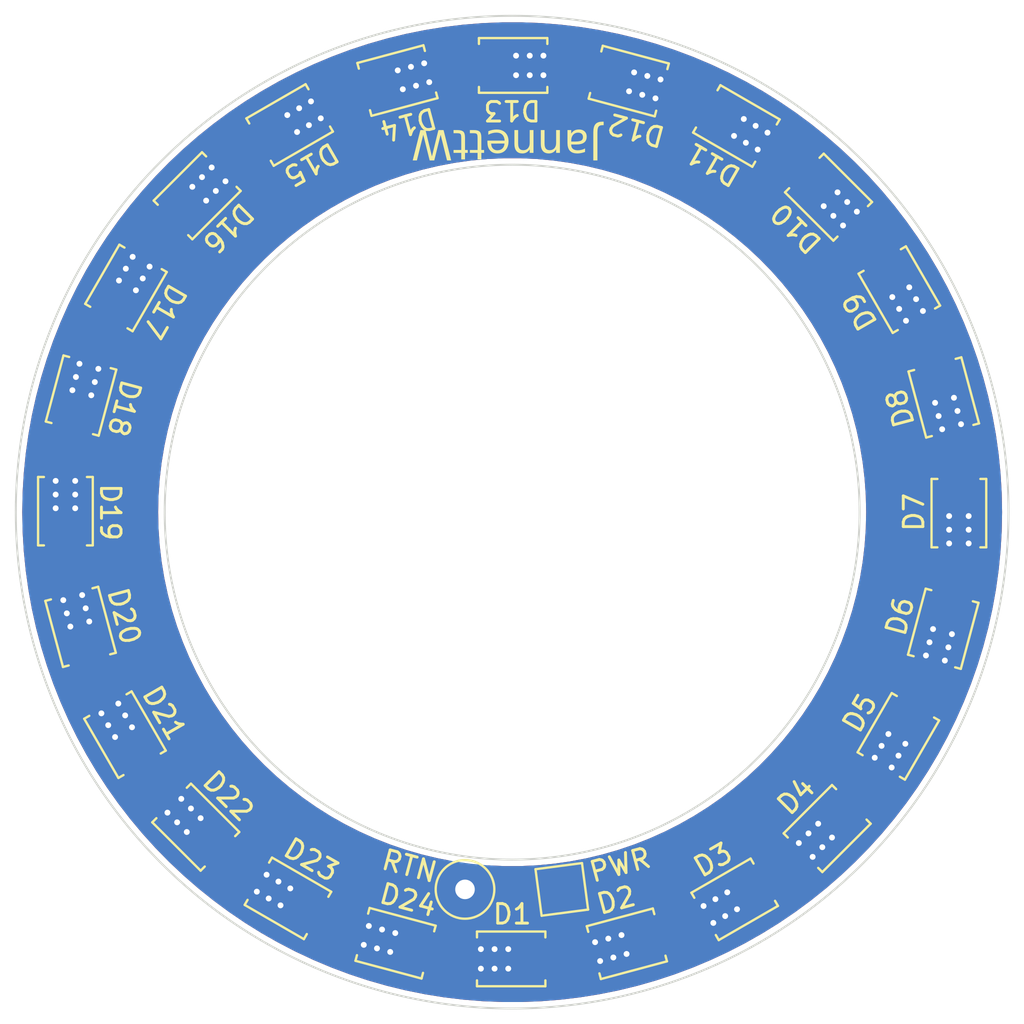
<source format=kicad_pcb>
(kicad_pcb (version 20221018) (generator pcbnew)
  (layers (0 "F.Cu" signal) (31 "B.Cu" signal) (34 "B.Paste" user) (35 "F.Paste" user) (36 "B.SilkS" user "B.Silkscreen") (37 "F.SilkS" user "F.Silkscreen") (38 "B.Mask" user) (39 "F.Mask" user) (44 "Edge.Cuts" user))
  (net 0 "")
  (net 1 "GND")
  (net 2 "+6V")
  (footprint "Jarrett_Footprint_Library:CREE_J_SERIES_1113" (layer "F.Cu") (at 19.7866 11.43 60)
    (fp_text reference "D5" (at 0 -2.3 60 unlocked) (layer "F.SilkS"))
    (fp_text value "LED")
    (fp_line (start -1.8 -1.4) (end 1.7 -1.4) (stroke (width 0.12)) (layer "F.SilkS"))
    (fp_line (start -1.8 -1.1) (end -1.8 -1.4) (stroke (width 0.12)) (layer "F.SilkS"))
    (fp_line (start -1.8 1.4) (end -1.8 1.1) (stroke (width 0.12)) (layer "F.SilkS"))
    (fp_line (start 1.7 -1.4) (end 1.7 -1.1) (stroke (width 0.12)) (layer "F.SilkS"))
    (fp_line (start 1.7 1.1) (end 1.7 1.4) (stroke (width 0.12)) (layer "F.SilkS"))
    (fp_line (start 1.7 1.4) (end -1.8 1.4) (stroke (width 0.12)) (layer "F.SilkS"))
    (pad "1" thru_hole circle (at -1.6 -0.5 60) (size 0.6 0.6) (drill 0.3) (layers "*.Cu" "*.Mask") (net 1 "GND"))
    (pad "1" thru_hole circle (at -1.6 0.5 60) (size 0.6 0.6) (drill 0.3) (layers "*.Cu" "*.Mask") (net 1 "GND"))
    (pad "1" thru_hole circle (at -0.9 -0.5 60) (size 0.6 0.6) (drill 0.3) (layers "*.Cu" "*.Mask") (net 1 "GND"))
    (pad "1" smd roundrect (at -0.9 0 60) (size 2.2 1.8) (layers "F.Cu" "F.Paste" "F.Mask") (roundrect_rratio 0.1) (net 1 "GND"))
    (pad "1" thru_hole circle (at -0.9 0.5 60) (size 0.6 0.6) (drill 0.3) (layers "*.Cu" "*.Mask") (net 1 "GND"))
    (pad "1" thru_hole circle (at -0.2 -0.5 60) (size 0.6 0.6) (drill 0.3) (layers "*.Cu" "*.Mask") (net 1 "GND"))
    (pad "1" thru_hole circle (at -0.2 0.5 60) (size 0.6 0.6) (drill 0.3) (layers "*.Cu" "*.Mask") (net 1 "GND"))
    (pad "2" smd roundrect (at 1.34 0 60) (size 1.1 1.8) (layers "F.Cu" "F.Paste" "F.Mask") (roundrect_rratio 0.1) (net 2 "+6V"))
  )
  (footprint "Jarrett_Footprint_Library:CREE_J_SERIES_1113" (layer "F.Cu") (at 11.43 19.7866 30)
    (fp_text reference "D3" (at 0 -2.3 30 unlocked) (layer "F.SilkS"))
    (fp_text value "LED")
    (fp_line (start -1.8 -1.4) (end 1.7 -1.4) (stroke (width 0.12)) (layer "F.SilkS"))
    (fp_line (start -1.8 -1.1) (end -1.8 -1.4) (stroke (width 0.12)) (layer "F.SilkS"))
    (fp_line (start -1.8 1.4) (end -1.8 1.1) (stroke (width 0.12)) (layer "F.SilkS"))
    (fp_line (start 1.7 -1.4) (end 1.7 -1.1) (stroke (width 0.12)) (layer "F.SilkS"))
    (fp_line (start 1.7 1.1) (end 1.7 1.4) (stroke (width 0.12)) (layer "F.SilkS"))
    (fp_line (start 1.7 1.4) (end -1.8 1.4) (stroke (width 0.12)) (layer "F.SilkS"))
    (pad "1" thru_hole circle (at -1.6 -0.5 30) (size 0.6 0.6) (drill 0.3) (layers "*.Cu" "*.Mask") (net 1 "GND"))
    (pad "1" thru_hole circle (at -1.6 0.5 30) (size 0.6 0.6) (drill 0.3) (layers "*.Cu" "*.Mask") (net 1 "GND"))
    (pad "1" thru_hole circle (at -0.9 -0.5 30) (size 0.6 0.6) (drill 0.3) (layers "*.Cu" "*.Mask") (net 1 "GND"))
    (pad "1" smd roundrect (at -0.9 0 30) (size 2.2 1.8) (layers "F.Cu" "F.Paste" "F.Mask") (roundrect_rratio 0.1) (net 1 "GND"))
    (pad "1" thru_hole circle (at -0.9 0.5 30) (size 0.6 0.6) (drill 0.3) (layers "*.Cu" "*.Mask") (net 1 "GND"))
    (pad "1" thru_hole circle (at -0.2 -0.5 30) (size 0.6 0.6) (drill 0.3) (layers "*.Cu" "*.Mask") (net 1 "GND"))
    (pad "1" thru_hole circle (at -0.2 0.5 30) (size 0.6 0.6) (drill 0.3) (layers "*.Cu" "*.Mask") (net 1 "GND"))
    (pad "2" smd roundrect (at 1.34 0 30) (size 1.1 1.8) (layers "F.Cu" "F.Paste" "F.Mask") (roundrect_rratio 0.1) (net 2 "+6V"))
  )
  (footprint "Jarrett_Footprint_Library:CREE_J_SERIES_1113" (layer "F.Cu") (at -22.86 0 -90)
    (fp_text reference "D19" (at 0 -2.3 -90 unlocked) (layer "F.SilkS"))
    (fp_text value "LED")
    (fp_line (start -1.8 -1.4) (end 1.7 -1.4) (stroke (width 0.12)) (layer "F.SilkS"))
    (fp_line (start -1.8 -1.1) (end -1.8 -1.4) (stroke (width 0.12)) (layer "F.SilkS"))
    (fp_line (start -1.8 1.4) (end -1.8 1.1) (stroke (width 0.12)) (layer "F.SilkS"))
    (fp_line (start 1.7 -1.4) (end 1.7 -1.1) (stroke (width 0.12)) (layer "F.SilkS"))
    (fp_line (start 1.7 1.1) (end 1.7 1.4) (stroke (width 0.12)) (layer "F.SilkS"))
    (fp_line (start 1.7 1.4) (end -1.8 1.4) (stroke (width 0.12)) (layer "F.SilkS"))
    (pad "1" thru_hole circle (at -1.6 -0.5 270) (size 0.6 0.6) (drill 0.3) (layers "*.Cu" "*.Mask") (net 1 "GND"))
    (pad "1" thru_hole circle (at -1.6 0.5 270) (size 0.6 0.6) (drill 0.3) (layers "*.Cu" "*.Mask") (net 1 "GND"))
    (pad "1" thru_hole circle (at -0.9 -0.5 270) (size 0.6 0.6) (drill 0.3) (layers "*.Cu" "*.Mask") (net 1 "GND"))
    (pad "1" smd roundrect (at -0.9 0 270) (size 2.2 1.8) (layers "F.Cu" "F.Paste" "F.Mask") (roundrect_rratio 0.1) (net 1 "GND"))
    (pad "1" thru_hole circle (at -0.9 0.5 270) (size 0.6 0.6) (drill 0.3) (layers "*.Cu" "*.Mask") (net 1 "GND"))
    (pad "1" thru_hole circle (at -0.2 -0.5 270) (size 0.6 0.6) (drill 0.3) (layers "*.Cu" "*.Mask") (net 1 "GND"))
    (pad "1" thru_hole circle (at -0.2 0.5 270) (size 0.6 0.6) (drill 0.3) (layers "*.Cu" "*.Mask") (net 1 "GND"))
    (pad "2" smd roundrect (at 1.34 0 270) (size 1.1 1.8) (layers "F.Cu" "F.Paste" "F.Mask") (roundrect_rratio 0.1) (net 2 "+6V"))
  )
  (footprint "TestPoint:TestPoint_Pad_2.0x2.0mm" (layer "F.Cu") (at 2.54 19.304 7.5)
    (fp_text reference "TP1" hide)
    (fp_text value "2mm_Pad")
    (fp_line (start -1.2 -1.2) (end 1.2 -1.2) (stroke (width 0.12)) (layer "F.SilkS"))
    (fp_line (start -1.2 1.2) (end -1.2 -1.2) (stroke (width 0.12)) (layer "F.SilkS"))
    (fp_line (start 1.2 -1.2) (end 1.2 1.2) (stroke (width 0.12)) (layer "F.SilkS"))
    (fp_line (start 1.2 1.2) (end -1.2 1.2) (stroke (width 0.12)) (layer "F.SilkS"))
    (pad "1" smd rect (at 0 0 7.5) (size 2 2) (layers "F.Cu" "F.Mask") (net 2 "+6V"))
  )
  (footprint "Jarrett_Footprint_Library:CREE_J_SERIES_1113" (layer "F.Cu") (at -11.43 19.7866 -30)
    (fp_text reference "D23" (at 0 -2.3 -30 unlocked) (layer "F.SilkS"))
    (fp_text value "LED")
    (fp_line (start -1.8 -1.4) (end 1.7 -1.4) (stroke (width 0.12)) (layer "F.SilkS"))
    (fp_line (start -1.8 -1.1) (end -1.8 -1.4) (stroke (width 0.12)) (layer "F.SilkS"))
    (fp_line (start -1.8 1.4) (end -1.8 1.1) (stroke (width 0.12)) (layer "F.SilkS"))
    (fp_line (start 1.7 -1.4) (end 1.7 -1.1) (stroke (width 0.12)) (layer "F.SilkS"))
    (fp_line (start 1.7 1.1) (end 1.7 1.4) (stroke (width 0.12)) (layer "F.SilkS"))
    (fp_line (start 1.7 1.4) (end -1.8 1.4) (stroke (width 0.12)) (layer "F.SilkS"))
    (pad "1" thru_hole circle (at -1.6 -0.5 330) (size 0.6 0.6) (drill 0.3) (layers "*.Cu" "*.Mask") (net 1 "GND"))
    (pad "1" thru_hole circle (at -1.6 0.5 330) (size 0.6 0.6) (drill 0.3) (layers "*.Cu" "*.Mask") (net 1 "GND"))
    (pad "1" thru_hole circle (at -0.9 -0.5 330) (size 0.6 0.6) (drill 0.3) (layers "*.Cu" "*.Mask") (net 1 "GND"))
    (pad "1" smd roundrect (at -0.9 0 330) (size 2.2 1.8) (layers "F.Cu" "F.Paste" "F.Mask") (roundrect_rratio 0.1) (net 1 "GND"))
    (pad "1" thru_hole circle (at -0.9 0.5 330) (size 0.6 0.6) (drill 0.3) (layers "*.Cu" "*.Mask") (net 1 "GND"))
    (pad "1" thru_hole circle (at -0.2 -0.5 330) (size 0.6 0.6) (drill 0.3) (layers "*.Cu" "*.Mask") (net 1 "GND"))
    (pad "1" thru_hole circle (at -0.2 0.5 330) (size 0.6 0.6) (drill 0.3) (layers "*.Cu" "*.Mask") (net 1 "GND"))
    (pad "2" smd roundrect (at 1.34 0 330) (size 1.1 1.8) (layers "F.Cu" "F.Paste" "F.Mask") (roundrect_rratio 0.1) (net 2 "+6V"))
  )
  (footprint "Jarrett_Footprint_Library:CREE_J_SERIES_1113" (layer "F.Cu") (at 0 -22.86 180)
    (fp_text reference "D13" (at 0 -2.3 180 unlocked) (layer "F.SilkS"))
    (fp_text value "LED")
    (fp_line (start -1.8 -1.4) (end 1.7 -1.4) (stroke (width 0.12)) (layer "F.SilkS"))
    (fp_line (start -1.8 -1.1) (end -1.8 -1.4) (stroke (width 0.12)) (layer "F.SilkS"))
    (fp_line (start -1.8 1.4) (end -1.8 1.1) (stroke (width 0.12)) (layer "F.SilkS"))
    (fp_line (start 1.7 -1.4) (end 1.7 -1.1) (stroke (width 0.12)) (layer "F.SilkS"))
    (fp_line (start 1.7 1.1) (end 1.7 1.4) (stroke (width 0.12)) (layer "F.SilkS"))
    (fp_line (start 1.7 1.4) (end -1.8 1.4) (stroke (width 0.12)) (layer "F.SilkS"))
    (pad "1" thru_hole circle (at -1.6 -0.5 180) (size 0.6 0.6) (drill 0.3) (layers "*.Cu" "*.Mask") (net 1 "GND"))
    (pad "1" thru_hole circle (at -1.6 0.5 180) (size 0.6 0.6) (drill 0.3) (layers "*.Cu" "*.Mask") (net 1 "GND"))
    (pad "1" thru_hole circle (at -0.9 -0.5 180) (size 0.6 0.6) (drill 0.3) (layers "*.Cu" "*.Mask") (net 1 "GND"))
    (pad "1" smd roundrect (at -0.9 0 180) (size 2.2 1.8) (layers "F.Cu" "F.Paste" "F.Mask") (roundrect_rratio 0.1) (net 1 "GND"))
    (pad "1" thru_hole circle (at -0.9 0.5 180) (size 0.6 0.6) (drill 0.3) (layers "*.Cu" "*.Mask") (net 1 "GND"))
    (pad "1" thru_hole circle (at -0.2 -0.5 180) (size 0.6 0.6) (drill 0.3) (layers "*.Cu" "*.Mask") (net 1 "GND"))
    (pad "1" thru_hole circle (at -0.2 0.5 180) (size 0.6 0.6) (drill 0.3) (layers "*.Cu" "*.Mask") (net 1 "GND"))
    (pad "2" smd roundrect (at 1.34 0 180) (size 1.1 1.8) (layers "F.Cu" "F.Paste" "F.Mask") (roundrect_rratio 0.1) (net 2 "+6V"))
  )
  (footprint "Jarrett_Footprint_Library:CREE_J_SERIES_1113" (layer "F.Cu") (at -22.0726 5.9182 -75)
    (fp_text reference "D20" (at 0 -2.3 -75 unlocked) (layer "F.SilkS"))
    (fp_text value "LED")
    (fp_line (start -1.8 -1.4) (end 1.7 -1.4) (stroke (width 0.12)) (layer "F.SilkS"))
    (fp_line (start -1.8 -1.1) (end -1.8 -1.4) (stroke (width 0.12)) (layer "F.SilkS"))
    (fp_line (start -1.8 1.4) (end -1.8 1.1) (stroke (width 0.12)) (layer "F.SilkS"))
    (fp_line (start 1.7 -1.4) (end 1.7 -1.1) (stroke (width 0.12)) (layer "F.SilkS"))
    (fp_line (start 1.7 1.1) (end 1.7 1.4) (stroke (width 0.12)) (layer "F.SilkS"))
    (fp_line (start 1.7 1.4) (end -1.8 1.4) (stroke (width 0.12)) (layer "F.SilkS"))
    (pad "1" thru_hole circle (at -1.6 -0.5 285) (size 0.6 0.6) (drill 0.3) (layers "*.Cu" "*.Mask") (net 1 "GND"))
    (pad "1" thru_hole circle (at -1.6 0.5 285) (size 0.6 0.6) (drill 0.3) (layers "*.Cu" "*.Mask") (net 1 "GND"))
    (pad "1" thru_hole circle (at -0.9 -0.5 285) (size 0.6 0.6) (drill 0.3) (layers "*.Cu" "*.Mask") (net 1 "GND"))
    (pad "1" smd roundrect (at -0.9 0 285) (size 2.2 1.8) (layers "F.Cu" "F.Paste" "F.Mask") (roundrect_rratio 0.1) (net 1 "GND"))
    (pad "1" thru_hole circle (at -0.9 0.5 285) (size 0.6 0.6) (drill 0.3) (layers "*.Cu" "*.Mask") (net 1 "GND"))
    (pad "1" thru_hole circle (at -0.2 -0.5 285) (size 0.6 0.6) (drill 0.3) (layers "*.Cu" "*.Mask") (net 1 "GND"))
    (pad "1" thru_hole circle (at -0.2 0.5 285) (size 0.6 0.6) (drill 0.3) (layers "*.Cu" "*.Mask") (net 1 "GND"))
    (pad "2" smd roundrect (at 1.34 0 285) (size 1.1 1.8) (layers "F.Cu" "F.Paste" "F.Mask") (roundrect_rratio 0.1) (net 2 "+6V"))
  )
  (footprint "Jarrett_Footprint_Library:CREE_J_SERIES_1113" (layer "F.Cu") (at 16.1544 16.1544 45)
    (fp_text reference "D4" (at 0 -2.3 45 unlocked) (layer "F.SilkS"))
    (fp_text value "LED")
    (fp_line (start -1.8 -1.4) (end 1.7 -1.4) (stroke (width 0.12)) (layer "F.SilkS"))
    (fp_line (start -1.8 -1.1) (end -1.8 -1.4) (stroke (width 0.12)) (layer "F.SilkS"))
    (fp_line (start -1.8 1.4) (end -1.8 1.1) (stroke (width 0.12)) (layer "F.SilkS"))
    (fp_line (start 1.7 -1.4) (end 1.7 -1.1) (stroke (width 0.12)) (layer "F.SilkS"))
    (fp_line (start 1.7 1.1) (end 1.7 1.4) (stroke (width 0.12)) (layer "F.SilkS"))
    (fp_line (start 1.7 1.4) (end -1.8 1.4) (stroke (width 0.12)) (layer "F.SilkS"))
    (pad "1" thru_hole circle (at -1.6 -0.5 45) (size 0.6 0.6) (drill 0.3) (layers "*.Cu" "*.Mask") (net 1 "GND"))
    (pad "1" thru_hole circle (at -1.6 0.5 45) (size 0.6 0.6) (drill 0.3) (layers "*.Cu" "*.Mask") (net 1 "GND"))
    (pad "1" thru_hole circle (at -0.9 -0.5 45) (size 0.6 0.6) (drill 0.3) (layers "*.Cu" "*.Mask") (net 1 "GND"))
    (pad "1" smd roundrect (at -0.9 0 45) (size 2.2 1.8) (layers "F.Cu" "F.Paste" "F.Mask") (roundrect_rratio 0.1) (net 1 "GND"))
    (pad "1" thru_hole circle (at -0.9 0.5 45) (size 0.6 0.6) (drill 0.3) (layers "*.Cu" "*.Mask") (net 1 "GND"))
    (pad "1" thru_hole circle (at -0.2 -0.5 45) (size 0.6 0.6) (drill 0.3) (layers "*.Cu" "*.Mask") (net 1 "GND"))
    (pad "1" thru_hole circle (at -0.2 0.5 45) (size 0.6 0.6) (drill 0.3) (layers "*.Cu" "*.Mask") (net 1 "GND"))
    (pad "2" smd roundrect (at 1.34 0 45) (size 1.1 1.8) (layers "F.Cu" "F.Paste" "F.Mask") (roundrect_rratio 0.1) (net 2 "+6V"))
  )
  (footprint "Jarrett_Footprint_Library:CREE_J_SERIES_1113" (layer "F.Cu") (at -5.9182 -22.0726 -165)
    (fp_text reference "D14" (at 0 -2.3 -165 unlocked) (layer "F.SilkS"))
    (fp_text value "LED")
    (fp_line (start -1.8 -1.4) (end 1.7 -1.4) (stroke (width 0.12)) (layer "F.SilkS"))
    (fp_line (start -1.8 -1.1) (end -1.8 -1.4) (stroke (width 0.12)) (layer "F.SilkS"))
    (fp_line (start -1.8 1.4) (end -1.8 1.1) (stroke (width 0.12)) (layer "F.SilkS"))
    (fp_line (start 1.7 -1.4) (end 1.7 -1.1) (stroke (width 0.12)) (layer "F.SilkS"))
    (fp_line (start 1.7 1.1) (end 1.7 1.4) (stroke (width 0.12)) (layer "F.SilkS"))
    (fp_line (start 1.7 1.4) (end -1.8 1.4) (stroke (width 0.12)) (layer "F.SilkS"))
    (pad "1" thru_hole circle (at -1.6 -0.5 195) (size 0.6 0.6) (drill 0.3) (layers "*.Cu" "*.Mask") (net 1 "GND"))
    (pad "1" thru_hole circle (at -1.6 0.5 195) (size 0.6 0.6) (drill 0.3) (layers "*.Cu" "*.Mask") (net 1 "GND"))
    (pad "1" thru_hole circle (at -0.9 -0.5 195) (size 0.6 0.6) (drill 0.3) (layers "*.Cu" "*.Mask") (net 1 "GND"))
    (pad "1" smd roundrect (at -0.9 0 195) (size 2.2 1.8) (layers "F.Cu" "F.Paste" "F.Mask") (roundrect_rratio 0.1) (net 1 "GND"))
    (pad "1" thru_hole circle (at -0.9 0.5 195) (size 0.6 0.6) (drill 0.3) (layers "*.Cu" "*.Mask") (net 1 "GND"))
    (pad "1" thru_hole circle (at -0.2 -0.5 195) (size 0.6 0.6) (drill 0.3) (layers "*.Cu" "*.Mask") (net 1 "GND"))
    (pad "1" thru_hole circle (at -0.2 0.5 195) (size 0.6 0.6) (drill 0.3) (layers "*.Cu" "*.Mask") (net 1 "GND"))
    (pad "2" smd roundrect (at 1.34 0 195) (size 1.1 1.8) (layers "F.Cu" "F.Paste" "F.Mask") (roundrect_rratio 0.1) (net 2 "+6V"))
  )
  (footprint "Jarrett_Footprint_Library:CREE_J_SERIES_1113" (layer "F.Cu") (at 22.0726 -5.9182 105)
    (fp_text reference "D8" (at 0 -2.3 105 unlocked) (layer "F.SilkS"))
    (fp_text value "LED")
    (fp_line (start -1.8 -1.4) (end 1.7 -1.4) (stroke (width 0.12)) (layer "F.SilkS"))
    (fp_line (start -1.8 -1.1) (end -1.8 -1.4) (stroke (width 0.12)) (layer "F.SilkS"))
    (fp_line (start -1.8 1.4) (end -1.8 1.1) (stroke (width 0.12)) (layer "F.SilkS"))
    (fp_line (start 1.7 -1.4) (end 1.7 -1.1) (stroke (width 0.12)) (layer "F.SilkS"))
    (fp_line (start 1.7 1.1) (end 1.7 1.4) (stroke (width 0.12)) (layer "F.SilkS"))
    (fp_line (start 1.7 1.4) (end -1.8 1.4) (stroke (width 0.12)) (layer "F.SilkS"))
    (pad "1" thru_hole circle (at -1.6 -0.5 105) (size 0.6 0.6) (drill 0.3) (layers "*.Cu" "*.Mask") (net 1 "GND"))
    (pad "1" thru_hole circle (at -1.6 0.5 105) (size 0.6 0.6) (drill 0.3) (layers "*.Cu" "*.Mask") (net 1 "GND"))
    (pad "1" thru_hole circle (at -0.9 -0.5 105) (size 0.6 0.6) (drill 0.3) (layers "*.Cu" "*.Mask") (net 1 "GND"))
    (pad "1" smd roundrect (at -0.9 0 105) (size 2.2 1.8) (layers "F.Cu" "F.Paste" "F.Mask") (roundrect_rratio 0.1) (net 1 "GND"))
    (pad "1" thru_hole circle (at -0.9 0.5 105) (size 0.6 0.6) (drill 0.3) (layers "*.Cu" "*.Mask") (net 1 "GND"))
    (pad "1" thru_hole circle (at -0.2 -0.5 105) (size 0.6 0.6) (drill 0.3) (layers "*.Cu" "*.Mask") (net 1 "GND"))
    (pad "1" thru_hole circle (at -0.2 0.5 105) (size 0.6 0.6) (drill 0.3) (layers "*.Cu" "*.Mask") (net 1 "GND"))
    (pad "2" smd roundrect (at 1.34 0 105) (size 1.1 1.8) (layers "F.Cu" "F.Paste" "F.Mask") (roundrect_rratio 0.1) (net 2 "+6V"))
  )
  (footprint "Jarrett_Footprint_Library:CREE_J_SERIES_1113" (layer "F.Cu") (at 22.86 0 90)
    (fp_text reference "D7" (at 0 -2.3 90 unlocked) (layer "F.SilkS"))
    (fp_text value "LED")
    (fp_line (start -1.8 -1.4) (end 1.7 -1.4) (stroke (width 0.12)) (layer "F.SilkS"))
    (fp_line (start -1.8 -1.1) (end -1.8 -1.4) (stroke (width 0.12)) (layer "F.SilkS"))
    (fp_line (start -1.8 1.4) (end -1.8 1.1) (stroke (width 0.12)) (layer "F.SilkS"))
    (fp_line (start 1.7 -1.4) (end 1.7 -1.1) (stroke (width 0.12)) (layer "F.SilkS"))
    (fp_line (start 1.7 1.1) (end 1.7 1.4) (stroke (width 0.12)) (layer "F.SilkS"))
    (fp_line (start 1.7 1.4) (end -1.8 1.4) (stroke (width 0.12)) (layer "F.SilkS"))
    (pad "1" thru_hole circle (at -1.6 -0.5 90) (size 0.6 0.6) (drill 0.3) (layers "*.Cu" "*.Mask") (net 1 "GND"))
    (pad "1" thru_hole circle (at -1.6 0.5 90) (size 0.6 0.6) (drill 0.3) (layers "*.Cu" "*.Mask") (net 1 "GND"))
    (pad "1" thru_hole circle (at -0.9 -0.5 90) (size 0.6 0.6) (drill 0.3) (layers "*.Cu" "*.Mask") (net 1 "GND"))
    (pad "1" smd roundrect (at -0.9 0 90) (size 2.2 1.8) (layers "F.Cu" "F.Paste" "F.Mask") (roundrect_rratio 0.1) (net 1 "GND"))
    (pad "1" thru_hole circle (at -0.9 0.5 90) (size 0.6 0.6) (drill 0.3) (layers "*.Cu" "*.Mask") (net 1 "GND"))
    (pad "1" thru_hole circle (at -0.2 -0.5 90) (size 0.6 0.6) (drill 0.3) (layers "*.Cu" "*.Mask") (net 1 "GND"))
    (pad "1" thru_hole circle (at -0.2 0.5 90) (size 0.6 0.6) (drill 0.3) (layers "*.Cu" "*.Mask") (net 1 "GND"))
    (pad "2" smd roundrect (at 1.34 0 90) (size 1.1 1.8) (layers "F.Cu" "F.Paste" "F.Mask") (roundrect_rratio 0.1) (net 2 "+6V"))
  )
  (footprint "Jarrett_Footprint_Library:CREE_J_SERIES_1113" (layer "F.Cu") (at -16.1544 -16.1544 -135)
    (fp_text reference "D16" (at 0 -2.3 -135 unlocked) (layer "F.SilkS"))
    (fp_text value "LED")
    (fp_line (start -1.8 -1.4) (end 1.7 -1.4) (stroke (width 0.12)) (layer "F.SilkS"))
    (fp_line (start -1.8 -1.1) (end -1.8 -1.4) (stroke (width 0.12)) (layer "F.SilkS"))
    (fp_line (start -1.8 1.4) (end -1.8 1.1) (stroke (width 0.12)) (layer "F.SilkS"))
    (fp_line (start 1.7 -1.4) (end 1.7 -1.1) (stroke (width 0.12)) (layer "F.SilkS"))
    (fp_line (start 1.7 1.1) (end 1.7 1.4) (stroke (width 0.12)) (layer "F.SilkS"))
    (fp_line (start 1.7 1.4) (end -1.8 1.4) (stroke (width 0.12)) (layer "F.SilkS"))
    (pad "1" thru_hole circle (at -1.6 -0.5 225) (size 0.6 0.6) (drill 0.3) (layers "*.Cu" "*.Mask") (net 1 "GND"))
    (pad "1" thru_hole circle (at -1.6 0.5 225) (size 0.6 0.6) (drill 0.3) (layers "*.Cu" "*.Mask") (net 1 "GND"))
    (pad "1" thru_hole circle (at -0.9 -0.5 225) (size 0.6 0.6) (drill 0.3) (layers "*.Cu" "*.Mask") (net 1 "GND"))
    (pad "1" smd roundrect (at -0.9 0 225) (size 2.2 1.8) (layers "F.Cu" "F.Paste" "F.Mask") (roundrect_rratio 0.1) (net 1 "GND"))
    (pad "1" thru_hole circle (at -0.9 0.5 225) (size 0.6 0.6) (drill 0.3) (layers "*.Cu" "*.Mask") (net 1 "GND"))
    (pad "1" thru_hole circle (at -0.2 -0.5 225) (size 0.6 0.6) (drill 0.3) (layers "*.Cu" "*.Mask") (net 1 "GND"))
    (pad "1" thru_hole circle (at -0.2 0.5 225) (size 0.6 0.6) (drill 0.3) (layers "*.Cu" "*.Mask") (net 1 "GND"))
    (pad "2" smd roundrect (at 1.34 0 225) (size 1.1 1.8) (layers "F.Cu" "F.Paste" "F.Mask") (roundrect_rratio 0.1) (net 2 "+6V"))
  )
  (footprint "Jarrett_Footprint_Library:CREE_J_SERIES_1113" (layer "F.Cu") (at -11.43 -19.7866 -150)
    (fp_text reference "D15" (at 0 -2.3 -150 unlocked) (layer "F.SilkS"))
    (fp_text value "LED")
    (fp_line (start -1.8 -1.4) (end 1.7 -1.4) (stroke (width 0.12)) (layer "F.SilkS"))
    (fp_line (start -1.8 -1.1) (end -1.8 -1.4) (stroke (width 0.12)) (layer "F.SilkS"))
    (fp_line (start -1.8 1.4) (end -1.8 1.1) (stroke (width 0.12)) (layer "F.SilkS"))
    (fp_line (start 1.7 -1.4) (end 1.7 -1.1) (stroke (width 0.12)) (layer "F.SilkS"))
    (fp_line (start 1.7 1.1) (end 1.7 1.4) (stroke (width 0.12)) (layer "F.SilkS"))
    (fp_line (start 1.7 1.4) (end -1.8 1.4) (stroke (width 0.12)) (layer "F.SilkS"))
    (pad "1" thru_hole circle (at -1.6 -0.5 210) (size 0.6 0.6) (drill 0.3) (layers "*.Cu" "*.Mask") (net 1 "GND"))
    (pad "1" thru_hole circle (at -1.6 0.5 210) (size 0.6 0.6) (drill 0.3) (layers "*.Cu" "*.Mask") (net 1 "GND"))
    (pad "1" thru_hole circle (at -0.9 -0.5 210) (size 0.6 0.6) (drill 0.3) (layers "*.Cu" "*.Mask") (net 1 "GND"))
    (pad "1" smd roundrect (at -0.9 0 210) (size 2.2 1.8) (layers "F.Cu" "F.Paste" "F.Mask") (roundrect_rratio 0.1) (net 1 "GND"))
    (pad "1" thru_hole circle (at -0.9 0.5 210) (size 0.6 0.6) (drill 0.3) (layers "*.Cu" "*.Mask") (net 1 "GND"))
    (pad "1" thru_hole circle (at -0.2 -0.5 210) (size 0.6 0.6) (drill 0.3) (layers "*.Cu" "*.Mask") (net 1 "GND"))
    (pad "1" thru_hole circle (at -0.2 0.5 210) (size 0.6 0.6) (drill 0.3) (layers "*.Cu" "*.Mask") (net 1 "GND"))
    (pad "2" smd roundrect (at 1.34 0 210) (size 1.1 1.8) (layers "F.Cu" "F.Paste" "F.Mask") (roundrect_rratio 0.1) (net 2 "+6V"))
  )
  (footprint "Jarrett_Footprint_Library:CREE_J_SERIES_1113" (layer "F.Cu") (at 16.1544 -16.1544 135)
    (fp_text reference "D10" (at 0 -2.3 135 unlocked) (layer "F.SilkS"))
    (fp_text value "LED")
    (fp_line (start -1.8 -1.4) (end 1.7 -1.4) (stroke (width 0.12)) (layer "F.SilkS"))
    (fp_line (start -1.8 -1.1) (end -1.8 -1.4) (stroke (width 0.12)) (layer "F.SilkS"))
    (fp_line (start -1.8 1.4) (end -1.8 1.1) (stroke (width 0.12)) (layer "F.SilkS"))
    (fp_line (start 1.7 -1.4) (end 1.7 -1.1) (stroke (width 0.12)) (layer "F.SilkS"))
    (fp_line (start 1.7 1.1) (end 1.7 1.4) (stroke (width 0.12)) (layer "F.SilkS"))
    (fp_line (start 1.7 1.4) (end -1.8 1.4) (stroke (width 0.12)) (layer "F.SilkS"))
    (pad "1" thru_hole circle (at -1.6 -0.5 135) (size 0.6 0.6) (drill 0.3) (layers "*.Cu" "*.Mask") (net 1 "GND"))
    (pad "1" thru_hole circle (at -1.6 0.5 135) (size 0.6 0.6) (drill 0.3) (layers "*.Cu" "*.Mask") (net 1 "GND"))
    (pad "1" thru_hole circle (at -0.9 -0.5 135) (size 0.6 0.6) (drill 0.3) (layers "*.Cu" "*.Mask") (net 1 "GND"))
    (pad "1" smd roundrect (at -0.9 0 135) (size 2.2 1.8) (layers "F.Cu" "F.Paste" "F.Mask") (roundrect_rratio 0.1) (net 1 "GND"))
    (pad "1" thru_hole circle (at -0.9 0.5 135) (size 0.6 0.6) (drill 0.3) (layers "*.Cu" "*.Mask") (net 1 "GND"))
    (pad "1" thru_hole circle (at -0.2 -0.5 135) (size 0.6 0.6) (drill 0.3) (layers "*.Cu" "*.Mask") (net 1 "GND"))
    (pad "1" thru_hole circle (at -0.2 0.5 135) (size 0.6 0.6) (drill 0.3) (layers "*.Cu" "*.Mask") (net 1 "GND"))
    (pad "2" smd roundrect (at 1.34 0 135) (size 1.1 1.8) (layers "F.Cu" "F.Paste" "F.Mask") (roundrect_rratio 0.1) (net 2 "+6V"))
  )
  (footprint "Jarrett_Footprint_Library:CREE_J_SERIES_1113" (layer "F.Cu") (at 5.9182 22.0726 15)
    (fp_text reference "D2" (at 0 -2.3 15 unlocked) (layer "F.SilkS"))
    (fp_text value "LED")
    (fp_line (start -1.8 -1.4) (end 1.7 -1.4) (stroke (width 0.12)) (layer "F.SilkS"))
    (fp_line (start -1.8 -1.1) (end -1.8 -1.4) (stroke (width 0.12)) (layer "F.SilkS"))
    (fp_line (start -1.8 1.4) (end -1.8 1.1) (stroke (width 0.12)) (layer "F.SilkS"))
    (fp_line (start 1.7 -1.4) (end 1.7 -1.1) (stroke (width 0.12)) (layer "F.SilkS"))
    (fp_line (start 1.7 1.1) (end 1.7 1.4) (stroke (width 0.12)) (layer "F.SilkS"))
    (fp_line (start 1.7 1.4) (end -1.8 1.4) (stroke (width 0.12)) (layer "F.SilkS"))
    (pad "1" thru_hole circle (at -1.6 -0.5 15) (size 0.6 0.6) (drill 0.3) (layers "*.Cu" "*.Mask") (net 1 "GND"))
    (pad "1" thru_hole circle (at -1.6 0.5 15) (size 0.6 0.6) (drill 0.3) (layers "*.Cu" "*.Mask") (net 1 "GND"))
    (pad "1" thru_hole circle (at -0.9 -0.5 15) (size 0.6 0.6) (drill 0.3) (layers "*.Cu" "*.Mask") (net 1 "GND"))
    (pad "1" smd roundrect (at -0.9 0 15) (size 2.2 1.8) (layers "F.Cu" "F.Paste" "F.Mask") (roundrect_rratio 0.1) (net 1 "GND"))
    (pad "1" thru_hole circle (at -0.9 0.5 15) (size 0.6 0.6) (drill 0.3) (layers "*.Cu" "*.Mask") (net 1 "GND"))
    (pad "1" thru_hole circle (at -0.2 -0.5 15) (size 0.6 0.6) (drill 0.3) (layers "*.Cu" "*.Mask") (net 1 "GND"))
    (pad "1" thru_hole circle (at -0.2 0.5 15) (size 0.6 0.6) (drill 0.3) (layers "*.Cu" "*.Mask") (net 1 "GND"))
    (pad "2" smd roundrect (at 1.34 0 15) (size 1.1 1.8) (layers "F.Cu" "F.Paste" "F.Mask") (roundrect_rratio 0.1) (net 2 "+6V"))
  )
  (footprint "Jarrett_Footprint_Library:CREE_J_SERIES_1113" (layer "F.Cu") (at 19.7866 -11.43 120)
    (fp_text reference "D9" (at 0 -2.3 120 unlocked) (layer "F.SilkS"))
    (fp_text value "LED")
    (fp_line (start -1.8 -1.4) (end 1.7 -1.4) (stroke (width 0.12)) (layer "F.SilkS"))
    (fp_line (start -1.8 -1.1) (end -1.8 -1.4) (stroke (width 0.12)) (layer "F.SilkS"))
    (fp_line (start -1.8 1.4) (end -1.8 1.1) (stroke (width 0.12)) (layer "F.SilkS"))
    (fp_line (start 1.7 -1.4) (end 1.7 -1.1) (stroke (width 0.12)) (layer "F.SilkS"))
    (fp_line (start 1.7 1.1) (end 1.7 1.4) (stroke (width 0.12)) (layer "F.SilkS"))
    (fp_line (start 1.7 1.4) (end -1.8 1.4) (stroke (width 0.12)) (layer "F.SilkS"))
    (pad "1" thru_hole circle (at -1.6 -0.5 120) (size 0.6 0.6) (drill 0.3) (layers "*.Cu" "*.Mask") (net 1 "GND"))
    (pad "1" thru_hole circle (at -1.6 0.5 120) (size 0.6 0.6) (drill 0.3) (layers "*.Cu" "*.Mask") (net 1 "GND"))
    (pad "1" thru_hole circle (at -0.9 -0.5 120) (size 0.6 0.6) (drill 0.3) (layers "*.Cu" "*.Mask") (net 1 "GND"))
    (pad "1" smd roundrect (at -0.9 0 120) (size 2.2 1.8) (layers "F.Cu" "F.Paste" "F.Mask") (roundrect_rratio 0.1) (net 1 "GND"))
    (pad "1" thru_hole circle (at -0.9 0.5 120) (size 0.6 0.6) (drill 0.3) (layers "*.Cu" "*.Mask") (net 1 "GND"))
    (pad "1" thru_hole circle (at -0.2 -0.5 120) (size 0.6 0.6) (drill 0.3) (layers "*.Cu" "*.Mask") (net 1 "GND"))
    (pad "1" thru_hole circle (at -0.2 0.5 120) (size 0.6 0.6) (drill 0.3) (layers "*.Cu" "*.Mask") (net 1 "GND"))
    (pad "2" smd roundrect (at 1.34 0 120) (size 1.1 1.8) (layers "F.Cu" "F.Paste" "F.Mask") (roundrect_rratio 0.1) (net 2 "+6V"))
  )
  (footprint "Jarrett_Footprint_Library:CREE_J_SERIES_1113" (layer "F.Cu") (at 5.9182 -22.0726 165)
    (fp_text reference "D12" (at -1.067913 -2.317159 165 unlocked) (layer "F.SilkS"))
    (fp_text value "LED")
    (fp_line (start -1.8 -1.4) (end 1.7 -1.4) (stroke (width 0.12)) (layer "F.SilkS"))
    (fp_line (start -1.8 -1.1) (end -1.8 -1.4) (stroke (width 0.12)) (layer "F.SilkS"))
    (fp_line (start -1.8 1.4) (end -1.8 1.1) (stroke (width 0.12)) (layer "F.SilkS"))
    (fp_line (start 1.7 -1.4) (end 1.7 -1.1) (stroke (width 0.12)) (layer "F.SilkS"))
    (fp_line (start 1.7 1.1) (end 1.7 1.4) (stroke (width 0.12)) (layer "F.SilkS"))
    (fp_line (start 1.7 1.4) (end -1.8 1.4) (stroke (width 0.12)) (layer "F.SilkS"))
    (pad "1" thru_hole circle (at -1.6 -0.5 165) (size 0.6 0.6) (drill 0.3) (layers "*.Cu" "*.Mask") (net 1 "GND"))
    (pad "1" thru_hole circle (at -1.6 0.5 165) (size 0.6 0.6) (drill 0.3) (layers "*.Cu" "*.Mask") (net 1 "GND"))
    (pad "1" thru_hole circle (at -0.9 -0.5 165) (size 0.6 0.6) (drill 0.3) (layers "*.Cu" "*.Mask") (net 1 "GND"))
    (pad "1" smd roundrect (at -0.9 0 165) (size 2.2 1.8) (layers "F.Cu" "F.Paste" "F.Mask") (roundrect_rratio 0.1) (net 1 "GND"))
    (pad "1" thru_hole circle (at -0.9 0.5 165) (size 0.6 0.6) (drill 0.3) (layers "*.Cu" "*.Mask") (net 1 "GND"))
    (pad "1" thru_hole circle (at -0.2 -0.5 165) (size 0.6 0.6) (drill 0.3) (layers "*.Cu" "*.Mask") (net 1 "GND"))
    (pad "1" thru_hole circle (at -0.2 0.5 165) (size 0.6 0.6) (drill 0.3) (layers "*.Cu" "*.Mask") (net 1 "GND"))
    (pad "2" smd roundrect (at 1.34 0 165) (size 1.1 1.8) (layers "F.Cu" "F.Paste" "F.Mask") (roundrect_rratio 0.1) (net 2 "+6V"))
  )
  (footprint "Jarrett_Footprint_Library:CREE_J_SERIES_1113" (layer "F.Cu") (at -19.7866 11.43 -60)
    (fp_text reference "D21" (at 0 -2.3 -60 unlocked) (layer "F.SilkS"))
    (fp_text value "LED")
    (fp_line (start -1.8 -1.4) (end 1.7 -1.4) (stroke (width 0.12)) (layer "F.SilkS"))
    (fp_line (start -1.8 -1.1) (end -1.8 -1.4) (stroke (width 0.12)) (layer "F.SilkS"))
    (fp_line (start -1.8 1.4) (end -1.8 1.1) (stroke (width 0.12)) (layer "F.SilkS"))
    (fp_line (start 1.7 -1.4) (end 1.7 -1.1) (stroke (width 0.12)) (layer "F.SilkS"))
    (fp_line (start 1.7 1.1) (end 1.7 1.4) (stroke (width 0.12)) (layer "F.SilkS"))
    (fp_line (start 1.7 1.4) (end -1.8 1.4) (stroke (width 0.12)) (layer "F.SilkS"))
    (pad "1" thru_hole circle (at -1.6 -0.5 300) (size 0.6 0.6) (drill 0.3) (layers "*.Cu" "*.Mask") (net 1 "GND"))
    (pad "1" thru_hole circle (at -1.6 0.5 300) (size 0.6 0.6) (drill 0.3) (layers "*.Cu" "*.Mask") (net 1 "GND"))
    (pad "1" thru_hole circle (at -0.9 -0.5 300) (size 0.6 0.6) (drill 0.3) (layers "*.Cu" "*.Mask") (net 1 "GND"))
    (pad "1" smd roundrect (at -0.9 0 300) (size 2.2 1.8) (layers "F.Cu" "F.Paste" "F.Mask") (roundrect_rratio 0.1) (net 1 "GND"))
    (pad "1" thru_hole circle (at -0.9 0.5 300) (size 0.6 0.6) (drill 0.3) (layers "*.Cu" "*.Mask") (net 1 "GND"))
    (pad "1" thru_hole circle (at -0.2 -0.5 300) (size 0.6 0.6) (drill 0.3) (layers "*.Cu" "*.Mask") (net 1 "GND"))
    (pad "1" thru_hole circle (at -0.2 0.5 300) (size 0.6 0.6) (drill 0.3) (layers "*.Cu" "*.Mask") (net 1 "GND"))
    (pad "2" smd roundrect (at 1.34 0 300) (size 1.1 1.8) (layers "F.Cu" "F.Paste" "F.Mask") (roundrect_rratio 0.1) (net 2 "+6V"))
  )
  (footprint "Jarrett_Footprint_Library:CREE_J_SERIES_1113" (layer "F.Cu") (at 22.0726 5.9182 75)
    (fp_text reference "D6" (at 0 -2.3 75 unlocked) (layer "F.SilkS"))
    (fp_text value "LED")
    (fp_line (start -1.8 -1.4) (end 1.7 -1.4) (stroke (width 0.12)) (layer "F.SilkS"))
    (fp_line (start -1.8 -1.1) (end -1.8 -1.4) (stroke (width 0.12)) (layer "F.SilkS"))
    (fp_line (start -1.8 1.4) (end -1.8 1.1) (stroke (width 0.12)) (layer "F.SilkS"))
    (fp_line (start 1.7 -1.4) (end 1.7 -1.1) (stroke (width 0.12)) (layer "F.SilkS"))
    (fp_line (start 1.7 1.1) (end 1.7 1.4) (stroke (width 0.12)) (layer "F.SilkS"))
    (fp_line (start 1.7 1.4) (end -1.8 1.4) (stroke (width 0.12)) (layer "F.SilkS"))
    (pad "1" thru_hole circle (at -1.6 -0.5 75) (size 0.6 0.6) (drill 0.3) (layers "*.Cu" "*.Mask") (net 1 "GND"))
    (pad "1" thru_hole circle (at -1.6 0.5 75) (size 0.6 0.6) (drill 0.3) (layers "*.Cu" "*.Mask") (net 1 "GND"))
    (pad "1" thru_hole circle (at -0.9 -0.5 75) (size 0.6 0.6) (drill 0.3) (layers "*.Cu" "*.Mask") (net 1 "GND"))
    (pad "1" smd roundrect (at -0.9 0 75) (size 2.2 1.8) (layers "F.Cu" "F.Paste" "F.Mask") (roundrect_rratio 0.1) (net 1 "GND"))
    (pad "1" thru_hole circle (at -0.9 0.5 75) (size 0.6 0.6) (drill 0.3) (layers "*.Cu" "*.Mask") (net 1 "GND"))
    (pad "1" thru_hole circle (at -0.2 -0.5 75) (size 0.6 0.6) (drill 0.3) (layers "*.Cu" "*.Mask") (net 1 "GND"))
    (pad "1" thru_hole circle (at -0.2 0.5 75) (size 0.6 0.6) (drill 0.3) (layers "*.Cu" "*.Mask") (net 1 "GND"))
    (pad "2" smd roundrect (at 1.34 0 75) (size 1.1 1.8) (layers "F.Cu" "F.Paste" "F.Mask") (roundrect_rratio 0.1) (net 2 "+6V"))
  )
  (footprint "Jarrett_Footprint_Library:CREE_J_SERIES_1113" (layer "F.Cu") (at 0 22.86)
    (fp_text reference "D1" (at 0 -2.286 unlocked) (layer "F.SilkS"))
    (fp_text value "LED")
    (fp_line (start -1.8 -1.4) (end 1.7 -1.4) (stroke (width 0.12)) (layer "F.SilkS"))
    (fp_line (start -1.8 -1.1) (end -1.8 -1.4) (stroke (width 0.12)) (layer "F.SilkS"))
    (fp_line (start -1.8 1.4) (end -1.8 1.1) (stroke (width 0.12)) (layer "F.SilkS"))
    (fp_line (start 1.7 -1.4) (end 1.7 -1.1) (stroke (width 0.12)) (layer "F.SilkS"))
    (fp_line (start 1.7 1.1) (end 1.7 1.4) (stroke (width 0.12)) (layer "F.SilkS"))
    (fp_line (start 1.7 1.4) (end -1.8 1.4) (stroke (width 0.12)) (layer "F.SilkS"))
    (pad "1" thru_hole circle (at -1.6 -0.5) (size 0.6 0.6) (drill 0.3) (layers "*.Cu" "*.Mask") (net 1 "GND"))
    (pad "1" thru_hole circle (at -1.6 0.5) (size 0.6 0.6) (drill 0.3) (layers "*.Cu" "*.Mask") (net 1 "GND"))
    (pad "1" thru_hole circle (at -0.9 -0.5) (size 0.6 0.6) (drill 0.3) (layers "*.Cu" "*.Mask") (net 1 "GND"))
    (pad "1" smd roundrect (at -0.9 0) (size 2.2 1.8) (layers "F.Cu" "F.Paste" "F.Mask") (roundrect_rratio 0.1) (net 1 "GND"))
    (pad "1" thru_hole circle (at -0.9 0.5) (size 0.6 0.6) (drill 0.3) (layers "*.Cu" "*.Mask") (net 1 "GND"))
    (pad "1" thru_hole circle (at -0.2 -0.5) (size 0.6 0.6) (drill 0.3) (layers "*.Cu" "*.Mask") (net 1 "GND"))
    (pad "1" thru_hole circle (at -0.2 0.5) (size 0.6 0.6) (drill 0.3) (layers "*.Cu" "*.Mask") (net 1 "GND"))
    (pad "2" smd roundrect (at 1.34 0) (size 1.1 1.8) (layers "F.Cu" "F.Paste" "F.Mask") (roundrect_rratio 0.1) (net 2 "+6V"))
  )
  (footprint "TestPoint:TestPoint_Loop_D1.80mm_Drill1.0mm_Beaded" (layer "F.Cu") (at -2.413 19.304)
    (fp_text reference "H1" hide)
    (fp_text value "1mm_Hole")
    (fp_circle (center 0 0) (end 1.5 0) (stroke (width 0.12)) (fill none) (layer "F.SilkS"))
    (pad "1" thru_hole circle (at 0 0) (size 2 2) (drill 1) (layers "*.Cu" "*.Mask") (net 1 "GND"))
  )
  (footprint "Jarrett_Footprint_Library:CREE_J_SERIES_1113" (layer "F.Cu") (at 11.43 -19.7866 150)
    (fp_text reference "D11" (at 0 -2.3 150 unlocked) (layer "F.SilkS"))
    (fp_text value "LED")
    (fp_line (start -1.8 -1.4) (end 1.7 -1.4) (stroke (width 0.12)) (layer "F.SilkS"))
    (fp_line (start -1.8 -1.1) (end -1.8 -1.4) (stroke (width 0.12)) (layer "F.SilkS"))
    (fp_line (start -1.8 1.4) (end -1.8 1.1) (stroke (width 0.12)) (layer "F.SilkS"))
    (fp_line (start 1.7 -1.4) (end 1.7 -1.1) (stroke (width 0.12)) (layer "F.SilkS"))
    (fp_line (start 1.7 1.1) (end 1.7 1.4) (stroke (width 0.12)) (layer "F.SilkS"))
    (fp_line (start 1.7 1.4) (end -1.8 1.4) (stroke (width 0.12)) (layer "F.SilkS"))
    (pad "1" thru_hole circle (at -1.6 -0.5 150) (size 0.6 0.6) (drill 0.3) (layers "*.Cu" "*.Mask") (net 1 "GND"))
    (pad "1" thru_hole circle (at -1.6 0.5 150) (size 0.6 0.6) (drill 0.3) (layers "*.Cu" "*.Mask") (net 1 "GND"))
    (pad "1" thru_hole circle (at -0.9 -0.5 150) (size 0.6 0.6) (drill 0.3) (layers "*.Cu" "*.Mask") (net 1 "GND"))
    (pad "1" smd roundrect (at -0.9 0 150) (size 2.2 1.8) (layers "F.Cu" "F.Paste" "F.Mask") (roundrect_rratio 0.1) (net 1 "GND"))
    (pad "1" thru_hole circle (at -0.9 0.5 150) (size 0.6 0.6) (drill 0.3) (layers "*.Cu" "*.Mask") (net 1 "GND"))
    (pad "1" thru_hole circle (at -0.2 -0.5 150) (size 0.6 0.6) (drill 0.3) (layers "*.Cu" "*.Mask") (net 1 "GND"))
    (pad "1" thru_hole circle (at -0.2 0.5 150) (size 0.6 0.6) (drill 0.3) (layers "*.Cu" "*.Mask") (net 1 "GND"))
    (pad "2" smd roundrect (at 1.34 0 150) (size 1.1 1.8) (layers "F.Cu" "F.Paste" "F.Mask") (roundrect_rratio 0.1) (net 2 "+6V"))
  )
  (footprint "Jarrett_Footprint_Library:CREE_J_SERIES_1113" (layer "F.Cu") (at -22.0726 -5.9182 -105)
    (fp_text reference "D18" (at 0 -2.3 -105 unlocked) (layer "F.SilkS"))
    (fp_text value "LED")
    (fp_line (start -1.8 -1.4) (end 1.7 -1.4) (stroke (width 0.12)) (layer "F.SilkS"))
    (fp_line (start -1.8 -1.1) (end -1.8 -1.4) (stroke (width 0.12)) (layer "F.SilkS"))
    (fp_line (start -1.8 1.4) (end -1.8 1.1) (stroke (width 0.12)) (layer "F.SilkS"))
    (fp_line (start 1.7 -1.4) (end 1.7 -1.1) (stroke (width 0.12)) (layer "F.SilkS"))
    (fp_line (start 1.7 1.1) (end 1.7 1.4) (stroke (width 0.12)) (layer "F.SilkS"))
    (fp_line (start 1.7 1.4) (end -1.8 1.4) (stroke (width 0.12)) (layer "F.SilkS"))
    (pad "1" thru_hole circle (at -1.6 -0.5 255) (size 0.6 0.6) (drill 0.3) (layers "*.Cu" "*.Mask") (net 1 "GND"))
    (pad "1" thru_hole circle (at -1.6 0.5 255) (size 0.6 0.6) (drill 0.3) (layers "*.Cu" "*.Mask") (net 1 "GND"))
    (pad "1" thru_hole circle (at -0.9 -0.5 255) (size 0.6 0.6) (drill 0.3) (layers "*.Cu" "*.Mask") (net 1 "GND"))
    (pad "1" smd roundrect (at -0.9 0 255) (size 2.2 1.8) (layers "F.Cu" "F.Paste" "F.Mask") (roundrect_rratio 0.1) (net 1 "GND"))
    (pad "1" thru_hole circle (at -0.9 0.5 255) (size 0.6 0.6) (drill 0.3) (layers "*.Cu" "*.Mask") (net 1 "GND"))
    (pad "1" thru_hole circle (at -0.2 -0.5 255) (size 0.6 0.6) (drill 0.3) (layers "*.Cu" "*.Mask") (net 1 "GND"))
    (pad "1" thru_hole circle (at -0.2 0.5 255) (size 0.6 0.6) (drill 0.3) (layers "*.Cu" "*.Mask") (net 1 "GND"))
    (pad "2" smd roundrect (at 1.34 0 255) (size 1.1 1.8) (layers "F.Cu" "F.Paste" "F.Mask") (roundrect_rratio 0.1) (net 2 "+6V"))
  )
  (footprint "Jarrett_Footprint_Library:CREE_J_SERIES_1113" (layer "F.Cu") (at -5.9182 22.0726 -15)
    (fp_text reference "D24" (at 0 -2.3 -15 unlocked) (layer "F.SilkS"))
    (fp_text value "LED")
    (fp_line (start -1.8 -1.4) (end 1.7 -1.4) (stroke (width 0.12)) (layer "F.SilkS"))
    (fp_line (start -1.8 -1.1) (end -1.8 -1.4) (stroke (width 0.12)) (layer "F.SilkS"))
    (fp_line (start -1.8 1.4) (end -1.8 1.1) (stroke (width 0.12)) (layer "F.SilkS"))
    (fp_line (start 1.7 -1.4) (end 1.7 -1.1) (stroke (width 0.12)) (layer "F.SilkS"))
    (fp_line (start 1.7 1.1) (end 1.7 1.4) (stroke (width 0.12)) (layer "F.SilkS"))
    (fp_line (start 1.7 1.4) (end -1.8 1.4) (stroke (width 0.12)) (layer "F.SilkS"))
    (pad "1" thru_hole circle (at -1.6 -0.5 345) (size 0.6 0.6) (drill 0.3) (layers "*.Cu" "*.Mask") (net 1 "GND"))
    (pad "1" thru_hole circle (at -1.6 0.5 345) (size 0.6 0.6) (drill 0.3) (layers "*.Cu" "*.Mask") (net 1 "GND"))
    (pad "1" thru_hole circle (at -0.9 -0.5 345) (size 0.6 0.6) (drill 0.3) (layers "*.Cu" "*.Mask") (net 1 "GND"))
    (pad "1" smd roundrect (at -0.9 0 345) (size 2.2 1.8) (layers "F.Cu" "F.Paste" "F.Mask") (roundrect_rratio 0.1) (net 1 "GND"))
    (pad "1" thru_hole circle (at -0.9 0.5 345) (size 0.6 0.6) (drill 0.3) (layers "*.Cu" "*.Mask") (net 1 "GND"))
    (pad "1" thru_hole circle (at -0.2 -0.5 345) (size 0.6 0.6) (drill 0.3) (layers "*.Cu" "*.Mask") (net 1 "GND"))
    (pad "1" thru_hole circle (at -0.2 0.5 345) (size 0.6 0.6) (drill 0.3) (layers "*.Cu" "*.Mask") (net 1 "GND"))
    (pad "2" smd roundrect (at 1.34 0 345) (size 1.1 1.8) (layers "F.Cu" "F.Paste" "F.Mask") (roundrect_rratio 0.1) (net 2 "+6V"))
  )
  (footprint "Jarrett_Footprint_Library:CREE_J_SERIES_1113" (layer "F.Cu") (at -16.1544 16.1544 -45)
    (fp_text reference "D22" (at 0 -2.3 -45 unlocked) (layer "F.SilkS"))
    (fp_text value "LED")
    (fp_line (start -1.8 -1.4) (end 1.7 -1.4) (stroke (width 0.12)) (layer "F.SilkS"))
    (fp_line (start -1.8 -1.1) (end -1.8 -1.4) (stroke (width 0.12)) (layer "F.SilkS"))
    (fp_line (start -1.8 1.4) (end -1.8 1.1) (stroke (width 0.12)) (layer "F.SilkS"))
    (fp_line (start 1.7 -1.4) (end 1.7 -1.1) (stroke (width 0.12)) (layer "F.SilkS"))
    (fp_line (start 1.7 1.1) (end 1.7 1.4) (stroke (width 0.12)) (layer "F.SilkS"))
    (fp_line (start 1.7 1.4) (end -1.8 1.4) (stroke (width 0.12)) (layer "F.SilkS"))
    (pad "1" thru_hole circle (at -1.6 -0.5 315) (size 0.6 0.6) (drill 0.3) (layers "*.Cu" "*.Mask") (net 1 "GND"))
    (pad "1" thru_hole circle (at -1.6 0.5 315) (size 0.6 0.6) (drill 0.3) (layers "*.Cu" "*.Mask") (net 1 "GND"))
    (pad "1" thru_hole circle (at -0.9 -0.5 315) (size 0.6 0.6) (drill 0.3) (layers "*.Cu" "*.Mask") (net 1 "GND"))
    (pad "1" smd roundrect (at -0.9 0 315) (size 2.2 1.8) (layers "F.Cu" "F.Paste" "F.Mask") (roundrect_rratio 0.1) (net 1 "GND"))
    (pad "1" thru_hole circle (at -0.9 0.5 315) (size 0.6 0.6) (drill 0.3) (layers "*.Cu" "*.Mask") (net 1 "GND"))
    (pad "1" thru_hole circle (at -0.2 -0.5 315) (size 0.6 0.6) (drill 0.3) (layers "*.Cu" "*.Mask") (net 1 "GND"))
    (pad "1" thru_hole circle (at -0.2 0.5 315) (size 0.6 0.6) (drill 0.3) (layers "*.Cu" "*.Mask") (net 1 "GND"))
    (pad "2" smd roundrect (at 1.34 0 315) (size 1.1 1.8) (layers "F.Cu" "F.Paste" "F.Mask") (roundrect_rratio 0.1) (net 2 "+6V"))
  )
  (footprint "Jarrett_Footprint_Library:CREE_J_SERIES_1113" (layer "F.Cu") (at -19.7866 -11.43 -120)
    (fp_text reference "D17" (at 0 -2.3 -120 unlocked) (layer "F.SilkS"))
    (fp_text value "LED")
    (fp_line (start -1.8 -1.4) (end 1.7 -1.4) (stroke (width 0.12)) (layer "F.SilkS"))
    (fp_line (start -1.8 -1.1) (end -1.8 -1.4) (stroke (width 0.12)) (layer "F.SilkS"))
    (fp_line (start -1.8 1.4) (end -1.8 1.1) (stroke (width 0.12)) (layer "F.SilkS"))
    (fp_line (start 1.7 -1.4) (end 1.7 -1.1) (stroke (width 0.12)) (layer "F.SilkS"))
    (fp_line (start 1.7 1.1) (end 1.7 1.4) (stroke (width 0.12)) (layer "F.SilkS"))
    (fp_line (start 1.7 1.4) (end -1.8 1.4) (stroke (width 0.12)) (layer "F.SilkS"))
    (pad "1" thru_hole circle (at -1.6 -0.5 240) (size 0.6 0.6) (drill 0.3) (layers "*.Cu" "*.Mask") (net 1 "GND"))
    (pad "1" thru_hole circle (at -1.6 0.5 240) (size 0.6 0.6) (drill 0.3) (layers "*.Cu" "*.Mask") (net 1 "GND"))
    (pad "1" thru_hole circle (at -0.9 -0.5 240) (size 0.6 0.6) (drill 0.3) (layers "*.Cu" "*.Mask") (net 1 "GND"))
    (pad "1" smd roundrect (at -0.9 0 240) (size 2.2 1.8) (layers "F.Cu" "F.Paste" "F.Mask") (roundrect_rratio 0.1) (net 1 "GND"))
    (pad "1" thru_hole circle (at -0.9 0.5 240) (size 0.6 0.6) (drill 0.3) (layers "*.Cu" "*.Mask") (net 1 "GND"))
    (pad "1" thru_hole circle (at -0.2 -0.5 240) (size 0.6 0.6) (drill 0.3) (layers "*.Cu" "*.Mask") (net 1 "GND"))
    (pad "1" thru_hole circle (at -0.2 0.5 240) (size 0.6 0.6) (drill 0.3) (layers "*.Cu" "*.Mask") (net 1 "GND"))
    (pad "2" smd roundrect (at 1.34 0 240) (size 1.1 1.8) (layers "F.Cu" "F.Paste" "F.Mask") (roundrect_rratio 0.1) (net 2 "+6V"))
  )
  (gr_circle (center 0 0) (end 0 -25.4) (stroke (width 0.1)) (fill none) (layer "Edge.Cuts"))
  (gr_circle (center 0 0) (end 17.78 0) (stroke (width 0.1)) (fill none) (layer "Edge.Cuts"))
  (gr_text "JannettW" (at 4.572 -19.812 180) (layer "F.SilkS") (effects (font (size 1.524 1.524)) (justify left bottom)))
  (gr_text "RTN" (at -6.858 18.288 345) (layer "F.SilkS") (effects (font (size 1 1)) (justify left bottom)))
  (gr_text "PWR" (at 4.064 19.05 15) (layer "F.SilkS") (effects (font (size 1 1)) (justify left bottom)))
  (zone (net 2) (net_name "+6V") (layer "F.Cu") (connect_pads yes (clearance 0.508)) (min_thickness 0.25) (fill yes (thermal_gap 0.5) (thermal_bridge_width 0.5))
    (polygon (pts (xy -25.4 -25.4) (xy 25.4 -25.4) (xy 25.4 25.4) (xy -25.4 25.4)))
  )
  (zone (net 1) (net_name "GND") (layer "B.Cu") (connect_pads yes (clearance 0.508)) (min_thickness 0.25) (fill yes (thermal_gap 0.5) (thermal_bridge_width 0.5))
    (polygon (pts (xy -25.4 -25.4) (xy 25.4 -25.4) (xy 25.4 25.4) (xy -25.4 25.4)))
  )
)
</source>
